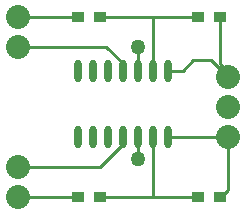
<source format=gtl>
G04*
G04 #@! TF.GenerationSoftware,Altium Limited,Altium Designer,24.9.1 (31)*
G04*
G04 Layer_Physical_Order=1*
G04 Layer_Color=255*
%FSLAX44Y44*%
%MOMM*%
G71*
G04*
G04 #@! TF.SameCoordinates,5B22F005-A4A7-469E-9016-A4F700693913*
G04*
G04*
G04 #@! TF.FilePolarity,Positive*
G04*
G01*
G75*
%ADD11C,0.2540*%
G04:AMPARAMS|DCode=16|XSize=0.9906mm|YSize=0.889mm|CornerRadius=0.0044mm|HoleSize=0mm|Usage=FLASHONLY|Rotation=0.000|XOffset=0mm|YOffset=0mm|HoleType=Round|Shape=RoundedRectangle|*
%AMROUNDEDRECTD16*
21,1,0.9906,0.8801,0,0,0.0*
21,1,0.9817,0.8890,0,0,0.0*
1,1,0.0089,0.4909,-0.4401*
1,1,0.0089,-0.4909,-0.4401*
1,1,0.0089,-0.4909,0.4401*
1,1,0.0089,0.4909,0.4401*
%
%ADD16ROUNDEDRECTD16*%
%ADD17O,0.6096X1.8796*%
%ADD18C,2.0320*%
%ADD19C,1.2700*%
D11*
X177800Y69850D02*
Y88900D01*
Y144780D02*
Y165100D01*
X76200Y38100D02*
X127000D01*
X165100Y82550D02*
Y88900D01*
X146050Y63500D02*
X165100Y82550D01*
X76200Y63500D02*
X146050D01*
X190500Y38100D02*
X228600D01*
X146050D02*
X190500D01*
Y88900D01*
X247650Y38100D02*
X248158D01*
X254000Y43942D02*
Y88900D01*
X248158Y38100D02*
X254000Y43942D01*
X203200Y88900D02*
X254000D01*
X165100Y144780D02*
Y151130D01*
X151130Y165100D02*
X165100Y151130D01*
X76200Y165100D02*
X151130D01*
X190500Y190500D02*
X228600D01*
X146050D02*
X190500D01*
Y144780D02*
Y190500D01*
X203200Y144780D02*
X215666D01*
X224476Y153590D02*
X240110D01*
X254000Y139700D01*
X215666Y144780D02*
X224476Y153590D01*
X247650Y150861D02*
Y190500D01*
Y150861D02*
X254000Y144511D01*
Y139700D02*
Y144511D01*
X76200Y190500D02*
X127000D01*
D16*
X228600Y38100D02*
D03*
X247650D02*
D03*
X127000D02*
D03*
X146050D02*
D03*
X228600Y190500D02*
D03*
X247650D02*
D03*
X127000D02*
D03*
X146050D02*
D03*
D17*
X203200Y88900D02*
D03*
X190500D02*
D03*
X177800D02*
D03*
X165100D02*
D03*
X152400D02*
D03*
X139700D02*
D03*
X127000D02*
D03*
Y144780D02*
D03*
X139700D02*
D03*
X152400D02*
D03*
X165100D02*
D03*
X177800D02*
D03*
X190500D02*
D03*
X203200D02*
D03*
D18*
X76200Y190500D02*
D03*
X254000Y139700D02*
D03*
X76200Y165100D02*
D03*
X254000Y114300D02*
D03*
X76200Y63500D02*
D03*
X254000Y88900D02*
D03*
X76200Y38100D02*
D03*
D19*
X177800Y69850D02*
D03*
Y165100D02*
D03*
M02*

</source>
